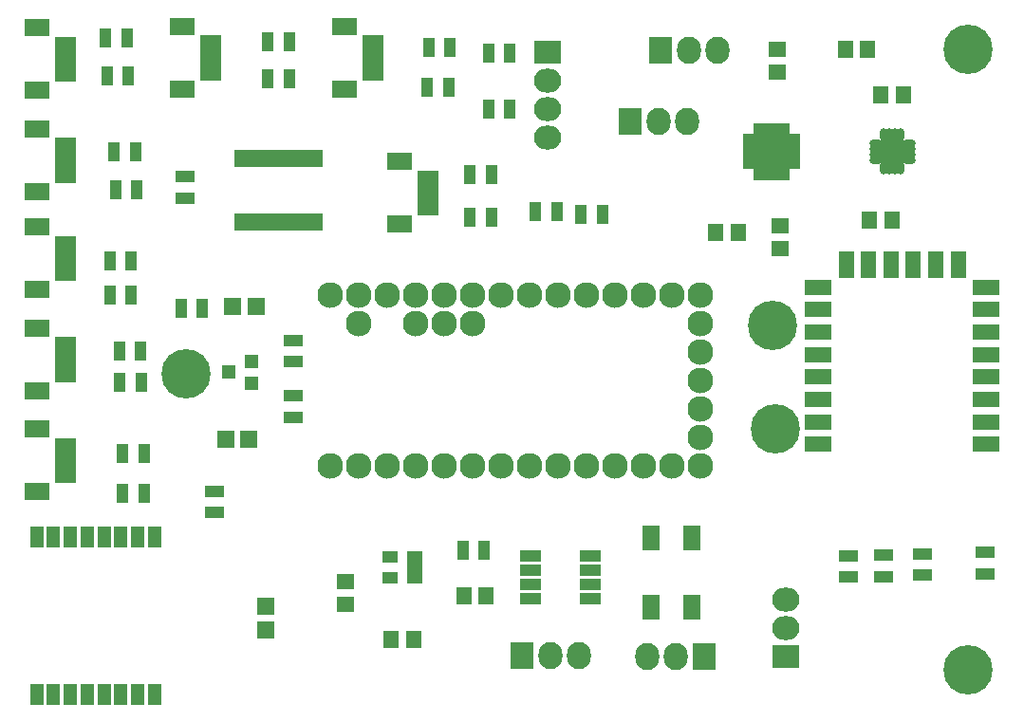
<source format=gbr>
G04 #@! TF.FileFunction,Soldermask,Top*
%FSLAX46Y46*%
G04 Gerber Fmt 4.6, Leading zero omitted, Abs format (unit mm)*
G04 Created by KiCad (PCBNEW 4.0.2-stable) date 20.06.2016 22.34.35*
%MOMM*%
G01*
G04 APERTURE LIST*
%ADD10C,0.100000*%
%ADD11R,1.400000X1.650000*%
%ADD12R,1.650000X1.400000*%
%ADD13R,1.598880X1.598880*%
%ADD14R,2.127200X2.432000*%
%ADD15O,2.127200X2.432000*%
%ADD16R,2.432000X2.127200*%
%ADD17O,2.432000X2.127200*%
%ADD18R,1.200100X1.200100*%
%ADD19R,1.100000X1.700000*%
%ADD20R,1.700000X1.100000*%
%ADD21R,1.500000X2.200000*%
%ADD22R,1.950000X1.000000*%
%ADD23C,2.300000*%
%ADD24R,1.460000X1.050000*%
%ADD25R,1.300000X1.924000*%
%ADD26R,1.250000X0.700000*%
%ADD27R,0.700000X1.250000*%
%ADD28R,1.700000X1.700000*%
%ADD29O,0.700000X1.150000*%
%ADD30O,1.150000X0.700000*%
%ADD31R,1.300000X1.300000*%
%ADD32R,0.800000X1.500000*%
%ADD33R,2.200000X1.600000*%
%ADD34R,2.400000X1.400000*%
%ADD35R,1.400000X2.400000*%
%ADD36C,4.400000*%
G04 APERTURE END LIST*
D10*
D11*
X138033000Y-123444000D03*
X136033000Y-123444000D03*
D12*
X125476000Y-122190000D03*
X125476000Y-124190000D03*
D11*
X129556000Y-127381000D03*
X131556000Y-127381000D03*
D12*
X164211000Y-92440000D03*
X164211000Y-90440000D03*
D11*
X158512000Y-91059000D03*
X160512000Y-91059000D03*
D12*
X163957000Y-74692000D03*
X163957000Y-76692000D03*
D11*
X170069000Y-74676000D03*
X172069000Y-74676000D03*
X175244000Y-78740000D03*
X173244000Y-78740000D03*
D13*
X114774980Y-109474000D03*
X116873020Y-109474000D03*
X118364000Y-126525020D03*
X118364000Y-124426980D03*
X115409980Y-97663000D03*
X117508020Y-97663000D03*
D14*
X141224000Y-128778000D03*
D15*
X143764000Y-128778000D03*
X146304000Y-128778000D03*
D14*
X157480000Y-128905000D03*
D15*
X154940000Y-128905000D03*
X152400000Y-128905000D03*
D16*
X164719000Y-128905000D03*
D17*
X164719000Y-126365000D03*
X164719000Y-123825000D03*
D14*
X150876000Y-81153000D03*
D15*
X153416000Y-81153000D03*
X155956000Y-81153000D03*
D14*
X153543000Y-74803000D03*
D15*
X156083000Y-74803000D03*
X158623000Y-74803000D03*
D18*
X117078760Y-104455000D03*
X117078760Y-102555000D03*
X115079780Y-103505000D03*
D19*
X135956000Y-119380000D03*
X137856000Y-119380000D03*
X142433000Y-89154000D03*
X144333000Y-89154000D03*
X146497000Y-89408000D03*
X148397000Y-89408000D03*
D20*
X120777000Y-105603000D03*
X120777000Y-107503000D03*
X120777000Y-100650000D03*
X120777000Y-102550000D03*
X113792000Y-116012000D03*
X113792000Y-114112000D03*
D19*
X112710000Y-97790000D03*
X110810000Y-97790000D03*
D20*
X111125000Y-87945000D03*
X111125000Y-86045000D03*
D19*
X104841000Y-83820000D03*
X106741000Y-83820000D03*
X104968000Y-87249000D03*
X106868000Y-87249000D03*
X104460000Y-93599000D03*
X106360000Y-93599000D03*
X104460000Y-96647000D03*
X106360000Y-96647000D03*
X105288000Y-101600000D03*
X107188000Y-101600000D03*
X105349000Y-104394000D03*
X107249000Y-104394000D03*
X105603000Y-110744000D03*
X107503000Y-110744000D03*
X105603000Y-114300000D03*
X107503000Y-114300000D03*
X136591000Y-85852000D03*
X138491000Y-85852000D03*
X136591000Y-89662000D03*
X138491000Y-89662000D03*
X132908000Y-74549000D03*
X134808000Y-74549000D03*
X132781000Y-78105000D03*
X134681000Y-78105000D03*
X118557000Y-74041000D03*
X120457000Y-74041000D03*
X118557000Y-77343000D03*
X120457000Y-77343000D03*
X104079000Y-73660000D03*
X105979000Y-73660000D03*
X104206000Y-77089000D03*
X106106000Y-77089000D03*
D21*
X152709000Y-124512000D03*
X152709000Y-118312000D03*
X156409000Y-124512000D03*
X156409000Y-118312000D03*
D22*
X147353000Y-123698000D03*
X147353000Y-122428000D03*
X147353000Y-121158000D03*
X147353000Y-119888000D03*
X141953000Y-119888000D03*
X141953000Y-121158000D03*
X141953000Y-122428000D03*
X141953000Y-123698000D03*
D23*
X126619000Y-111887000D03*
X129159000Y-111887000D03*
X131699000Y-111887000D03*
X134239000Y-111887000D03*
X136779000Y-111887000D03*
X139319000Y-111887000D03*
X141859000Y-111887000D03*
X144399000Y-111887000D03*
X146939000Y-111887000D03*
X149479000Y-111887000D03*
X152019000Y-111887000D03*
X154559000Y-111887000D03*
X157099000Y-111887000D03*
X157099000Y-96647000D03*
X154559000Y-96647000D03*
X152019000Y-96647000D03*
X149479000Y-96647000D03*
X146939000Y-96647000D03*
X144399000Y-96647000D03*
X141859000Y-96647000D03*
X139319000Y-96647000D03*
X136779000Y-96647000D03*
X134239000Y-96647000D03*
X131699000Y-96647000D03*
X129159000Y-96647000D03*
X126619000Y-96647000D03*
X124079000Y-96647000D03*
X124079000Y-111887000D03*
X157099000Y-99187000D03*
X157099000Y-101727000D03*
X157099000Y-104267000D03*
X157099000Y-106807000D03*
X157099000Y-109347000D03*
X126619000Y-99187000D03*
X131699000Y-99187000D03*
X134239000Y-99187000D03*
X136779000Y-99187000D03*
D24*
X131656000Y-121854000D03*
X131656000Y-120904000D03*
X131656000Y-119954000D03*
X129456000Y-119954000D03*
X129456000Y-121854000D03*
D25*
X108426000Y-118222000D03*
X106926000Y-118222000D03*
X105426000Y-118222000D03*
X103926000Y-118222000D03*
X102426000Y-118222000D03*
X100926000Y-118222000D03*
X99426000Y-118222000D03*
X97926000Y-118222000D03*
X97926000Y-132222000D03*
X99426000Y-132222000D03*
X100926000Y-132222000D03*
X102426000Y-132222000D03*
X103926000Y-132222000D03*
X105426000Y-132222000D03*
X106926000Y-132222000D03*
X108426000Y-132222000D03*
D26*
X161514000Y-82555000D03*
X161514000Y-83055000D03*
X161514000Y-83555000D03*
X161514000Y-84055000D03*
X161514000Y-84555000D03*
X161514000Y-85055000D03*
D27*
X162214000Y-85755000D03*
X162714000Y-85755000D03*
X163214000Y-85755000D03*
X163714000Y-85755000D03*
X164214000Y-85755000D03*
X164714000Y-85755000D03*
D26*
X165414000Y-85055000D03*
X165414000Y-84555000D03*
X165414000Y-84055000D03*
X165414000Y-83555000D03*
X165414000Y-83055000D03*
X165414000Y-82555000D03*
D27*
X164714000Y-81855000D03*
X164214000Y-81855000D03*
X163714000Y-81855000D03*
X163214000Y-81855000D03*
X162714000Y-81855000D03*
X162214000Y-81855000D03*
D28*
X164114000Y-84455000D03*
X164114000Y-83155000D03*
X162814000Y-84455000D03*
X162814000Y-83155000D03*
D29*
X173494000Y-85295000D03*
X173994000Y-85295000D03*
X174494000Y-85295000D03*
X174994000Y-85295000D03*
D30*
X175719000Y-84570000D03*
X175719000Y-84070000D03*
X175719000Y-83570000D03*
X175719000Y-83070000D03*
D29*
X174994000Y-82345000D03*
X174494000Y-82345000D03*
X173994000Y-82345000D03*
X173494000Y-82345000D03*
D30*
X172769000Y-83070000D03*
X172769000Y-83570000D03*
X172769000Y-84070000D03*
X172769000Y-84570000D03*
D31*
X174694000Y-83370000D03*
X173794000Y-83370000D03*
X174694000Y-84270000D03*
X173794000Y-84270000D03*
D32*
X115932000Y-90099000D03*
X116582000Y-90099000D03*
X117232000Y-90099000D03*
X117882000Y-90099000D03*
X118532000Y-90099000D03*
X119182000Y-90099000D03*
X119832000Y-90099000D03*
X120482000Y-90099000D03*
X121132000Y-90099000D03*
X121782000Y-90099000D03*
X122432000Y-90099000D03*
X123082000Y-90099000D03*
X123082000Y-84399000D03*
X122432000Y-84399000D03*
X121782000Y-84399000D03*
X121132000Y-84399000D03*
X120482000Y-84399000D03*
X119832000Y-84399000D03*
X119182000Y-84399000D03*
X118532000Y-84399000D03*
X117882000Y-84399000D03*
X117232000Y-84399000D03*
X116582000Y-84399000D03*
X115932000Y-84399000D03*
D22*
X100449500Y-86082000D03*
X100449500Y-85082000D03*
X100449500Y-84082000D03*
X100449500Y-83082000D03*
D33*
X97924500Y-87382000D03*
X97924500Y-81782000D03*
D22*
X100449500Y-94845000D03*
X100449500Y-93845000D03*
X100449500Y-92845000D03*
X100449500Y-91845000D03*
D33*
X97924500Y-96145000D03*
X97924500Y-90545000D03*
D22*
X100449500Y-103862000D03*
X100449500Y-102862000D03*
X100449500Y-101862000D03*
X100449500Y-100862000D03*
D33*
X97924500Y-105162000D03*
X97924500Y-99562000D03*
D22*
X100449500Y-112879000D03*
X100449500Y-111879000D03*
X100449500Y-110879000D03*
X100449500Y-109879000D03*
D33*
X97924500Y-114179000D03*
X97924500Y-108579000D03*
D22*
X132834500Y-89003000D03*
X132834500Y-88003000D03*
X132834500Y-87003000D03*
X132834500Y-86003000D03*
D33*
X130309500Y-90303000D03*
X130309500Y-84703000D03*
D22*
X127881500Y-76938000D03*
X127881500Y-75938000D03*
X127881500Y-74938000D03*
X127881500Y-73938000D03*
D33*
X125356500Y-78238000D03*
X125356500Y-72638000D03*
D22*
X113403500Y-76938000D03*
X113403500Y-75938000D03*
X113403500Y-74938000D03*
X113403500Y-73938000D03*
D33*
X110878500Y-78238000D03*
X110878500Y-72638000D03*
D22*
X100449500Y-77065000D03*
X100449500Y-76065000D03*
X100449500Y-75065000D03*
X100449500Y-74065000D03*
D33*
X97924500Y-78365000D03*
X97924500Y-72765000D03*
D11*
X174228000Y-89916000D03*
X172228000Y-89916000D03*
D19*
X140142000Y-75057000D03*
X138242000Y-75057000D03*
X140142000Y-80010000D03*
X138242000Y-80010000D03*
D20*
X182499000Y-119573000D03*
X182499000Y-121473000D03*
X170307000Y-121788000D03*
X170307000Y-119888000D03*
X173482000Y-121727000D03*
X173482000Y-119827000D03*
X176911000Y-121600000D03*
X176911000Y-119700000D03*
D16*
X143510000Y-74930000D03*
D17*
X143510000Y-77470000D03*
X143510000Y-80010000D03*
X143510000Y-82550000D03*
D34*
X182633000Y-109926000D03*
X182633000Y-107926000D03*
X182633000Y-105926000D03*
X182633000Y-103926000D03*
X182633000Y-101926000D03*
X182633000Y-99926000D03*
X182633000Y-97926000D03*
X182633000Y-95926000D03*
D35*
X180133000Y-93926000D03*
X178133000Y-93926000D03*
X176133000Y-93926000D03*
X174133000Y-93926000D03*
X172133000Y-93926000D03*
X170133000Y-93926000D03*
D34*
X167633000Y-95926000D03*
X167633000Y-97926000D03*
X167633000Y-99926000D03*
X167633000Y-101926000D03*
X167633000Y-103926000D03*
X167633000Y-105926000D03*
X167633000Y-107926000D03*
X167633000Y-109926000D03*
D36*
X111252000Y-103632000D03*
X180975000Y-130048000D03*
X180975000Y-74676000D03*
X163576000Y-99314000D03*
X163830000Y-108585000D03*
M02*

</source>
